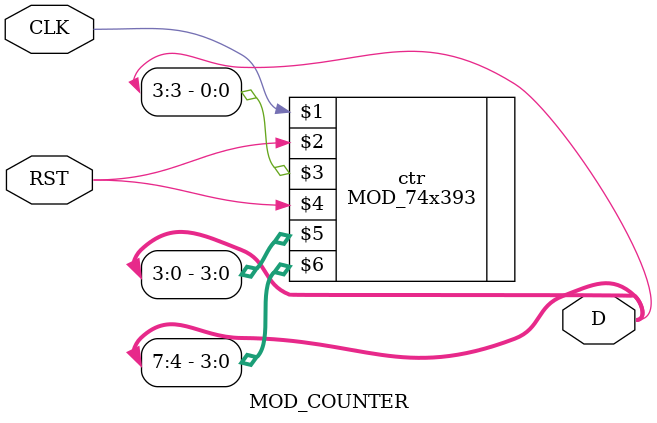
<source format=v>
`include "./src/verilog/7400/MOD_74x393.v"
`ifndef MOD_COUNTER
`define MOD_COUNTER
module MOD_COUNTER(CLK, RST, D);

input CLK;
input RST;
output reg [7:0] D;

MOD_74x393 ctr(CLK,RST, D[3],RST, D[3:0], D[7:4]);

endmodule
`endif
</source>
